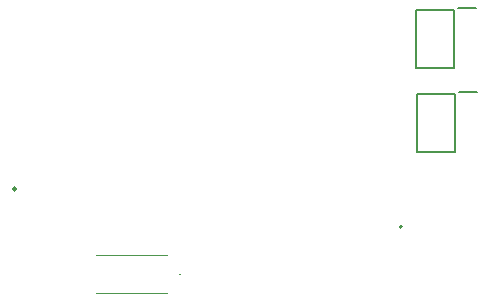
<source format=gbo>
G04*
G04 #@! TF.GenerationSoftware,Altium Limited,Altium Designer,22.0.2 (36)*
G04*
G04 Layer_Color=32896*
%FSLAX25Y25*%
%MOIN*%
G70*
G04*
G04 #@! TF.SameCoordinates,1C5B4622-B4AA-4E77-B977-5182896014AD*
G04*
G04*
G04 #@! TF.FilePolarity,Positive*
G04*
G01*
G75*
%ADD10C,0.00787*%
%ADD70C,0.00787*%
%ADD71C,0.00394*%
D10*
X134583Y56382D02*
G03*
X134583Y56382I-394J0D01*
G01*
X60496Y40500D02*
G03*
X60496Y40500I-197J0D01*
G01*
X153677Y101157D02*
X159583D01*
X152299Y81354D02*
Y100646D01*
X139701Y81354D02*
X152299D01*
X139701D02*
Y100646D01*
X152299D01*
X153177Y129157D02*
X159083D01*
X151799Y109354D02*
Y128646D01*
X139201Y109354D02*
X151799D01*
X139201D02*
Y128646D01*
X151799D01*
D70*
X5994Y68972D02*
G03*
X5994Y68972I-569J0D01*
G01*
D71*
X32465Y46799D02*
X56087D01*
X32465Y34201D02*
X56087D01*
M02*

</source>
